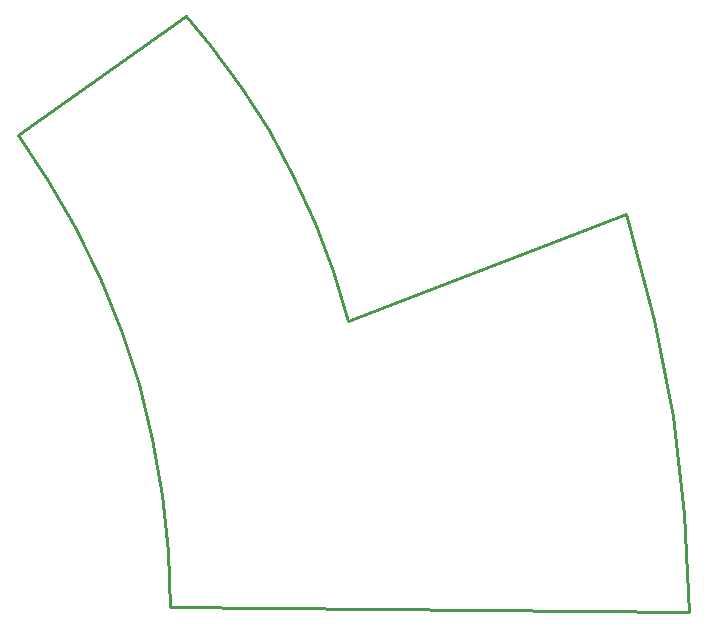
<source format=gm1>
%FSTAX24Y24*%
%MOIN*%
%SFA1B1*%

%IPPOS*%
%ADD25C,0.010000*%
%LNarmboardbeta-1*%
%LPD*%
G54D25*
X05449Y015051D02*
D01*
X054333Y018317*
X053948Y021564*
X053338Y024777*
X052506Y027939*
X052393Y02831*
X043125Y024751D02*
D01*
X042632Y026401*
X042026Y028014*
X041309Y02958*
X040484Y031093*
X039556Y032544*
X038529Y033927*
X037713Y034899*
X037184Y0152D02*
D01*
X037119Y01708*
X036924Y018951*
X036599Y020803*
X036146Y022629*
X035566Y024419*
X034863Y026163*
X03404Y027855*
X0331Y029485*
X03214Y030922*
X037713Y034899D01*
X043125Y024751D02*
X052393Y02831D01*
X037184Y0152D02*
X05449Y015051D01*
M02*
</source>
